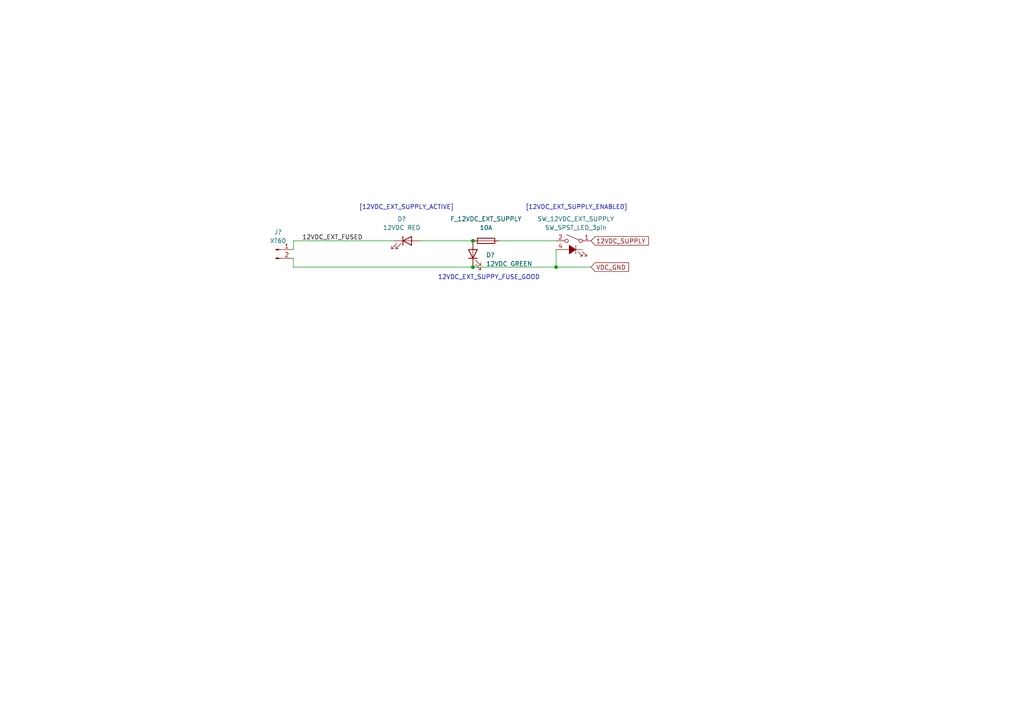
<source format=kicad_sch>
(kicad_sch (version 20211123) (generator eeschema)
  (paper "A4")
  (lib_symbols
    (symbol "Connector:Conn_01x02_Male" (pin_names (offset 1.016) hide)
      (property "Reference" "J" (at 0 2.54 0))
      (property "Value" "Conn_01x02_Male" (at 0 -5.08 0))
      (symbol "Conn_01x02_Male_1_1"
        (polyline (pts (xy 1.27 -2.54) (xy 0.8636 -2.54)) (stroke (width 0.1524)))
        (polyline (pts (xy 1.27 0) (xy 0.8636 0)) (stroke (width 0.1524)))
        (rectangle (start 0.8636 -2.413) (end 0 -2.667) (stroke (width 0.1524)) (fill (type outline)))
        (rectangle (start 0.8636 0.127) (end 0 -0.127) (stroke (width 0.1524)) (fill (type outline)))
        (pin passive line (at 5.08 0 180) (length 3.81) (name "Pin_1") (number "1"))
        (pin passive line (at 5.08 -2.54 180) (length 3.81) (name "Pin_2") (number "2"))
      )
    )
    (symbol "Device:Fuse" (pin_numbers hide) (pin_names (offset 0))
      (property "Reference" "F" (at 2.032 0 90))
      (property "Value" "Fuse" (at -1.905 0 90))
      (symbol "Fuse_0_1"
        (rectangle (start -0.762 -2.54) (end 0.762 2.54) (stroke (width 0.254)))
        (polyline (pts (xy 0 2.54) (xy 0 -2.54)))
      )
      (symbol "Fuse_1_1"
        (pin passive line (at 0 3.81 270) (length 1.27) (name "~") (number "1"))
        (pin passive line (at 0 -3.81 90) (length 1.27) (name "~") (number "2"))
      )
    )
    (symbol "Device:LED" (pin_numbers hide) (pin_names (offset 1.016) hide)
      (property "Reference" "D" (at 0 2.54 0))
      (property "Value" "LED" (at 0 -2.54 0))
      (symbol "LED_0_1"
        (polyline (pts (xy -1.27 -1.27) (xy -1.27 1.27)) (stroke (width 0.254)))
        (polyline (pts (xy -1.27 0) (xy 1.27 0)))
        (polyline (pts (xy 1.27 -1.27) (xy 1.27 1.27) (xy -1.27 0) (xy 1.27 -1.27)) (stroke (width 0.254)))
        (polyline (pts (xy -3.048 -0.762) (xy -4.572 -2.286) (xy -3.81 -2.286) (xy -4.572 -2.286) (xy -4.572 -1.524)))
        (polyline (pts (xy -1.778 -0.762) (xy -3.302 -2.286) (xy -2.54 -2.286) (xy -3.302 -2.286) (xy -3.302 -1.524)))
      )
      (symbol "LED_1_1"
        (pin passive line (at -3.81 0 0) (length 2.54) (name "K") (number "1"))
        (pin passive line (at 3.81 0 180) (length 2.54) (name "A") (number "2"))
      )
    )
    (symbol "bvm-library:SW_SPST_LED_3pin" (pin_names (offset 1.016) hide)
      (property "Reference" "SW?" (at -0.635 8.89 0))
      (property "Value" "SW_SPST_LED_3pin" (at -0.635 6.35 0))
      (symbol "SW_SPST_LED_3pin_0_0"
        (polyline (pts (xy -3.81 -1.905) (xy -2.54 -0.635)))
        (polyline (pts (xy -2.54 -1.905) (xy -1.27 -0.635)))
        (polyline (pts (xy -2.54 0) (xy 2.54 0)))
        (polyline (pts (xy -0.635 1.27) (xy -0.635 -1.27)))
        (polyline (pts (xy -3.81 -1.27) (xy -3.81 -1.905) (xy -3.175 -1.905)))
        (polyline (pts (xy -2.54 -1.27) (xy -2.54 -1.905) (xy -1.905 -1.905)))
        (polyline (pts (xy -0.635 0) (xy 1.27 1.27) (xy 1.27 -1.27) (xy -0.635 0)) (fill (type outline)))
      )
      (symbol "SW_SPST_LED_3pin_0_1"
        (circle (center -2.032 2.54) (radius 0.508))
        (polyline (pts (xy -1.524 2.794) (xy 2.032 4.318)))
        (circle (center 2.032 2.54) (radius 0.508))
        (pin passive line (at -5.08 2.54 0) (length 2.54) (name "1") (number "1"))
        (pin passive line (at 5.08 2.54 180) (length 2.54) (name "2") (number "2"))
        (pin passive line (at 5.08 0 180) (length 2.54) (name "A") (number "4"))
      )
    )
  )
  (junction (at 161.29 77.47))
  (junction (at 137.16 69.85))
  (junction (at 137.16 77.47))
  (wire (pts (xy 137.16 77.47) (xy 161.29 77.47)))
  (wire (pts (xy 85.09 77.47) (xy 137.16 77.47)))
  (wire (pts (xy 85.09 74.93) (xy 85.09 77.47)))
  (wire (pts (xy 85.09 72.39) (xy 85.09 69.85)))
  (wire (pts (xy 144.78 69.85) (xy 161.29 69.85)))
  (wire (pts (xy 161.29 72.39) (xy 161.29 77.47)))
  (wire (pts (xy 85.09 69.85) (xy 114.3 69.85)))
  (wire (pts (xy 161.29 77.47) (xy 171.45 77.47)))
  (wire (pts (xy 121.92 69.85) (xy 137.16 69.85)))
  (text "[12VDC_EXT_SUPPLY_ACTIVE]" (at 104.14 60.96 0) (effects (font (size 1.27 1.27)) (justify left bottom)))
  (text "12VDC_EXT_SUPPY_FUSE_GOOD" (at 127 81.28 0) (effects (font (size 1.27 1.27)) (justify left bottom)))
  (text "[12VDC_EXT_SUPPLY_ENABLED]" (at 152.4 60.96 0) (effects (font (size 1.27 1.27)) (justify left bottom)))
  (label "12VDC_EXT_FUSED" (at 87.63 69.85 0))
  (global_label "VDC_GND" (shape input) (at 171.45 77.47 0) (property "Intersheet References" "${INTERSHEET_REFS}" (at 182.3298 77.3906 0) (effects (justify left))))
  (global_label "12VDC_SUPPLY" (shape input) (at 171.45 69.85 0) (property "Intersheet References" "${INTERSHEET_REFS}" (at 188.075 69.7706 0) (effects (justify left))))
  (symbol (lib_id "Connector:Conn_01x02_Male") (at 80.01 72.39 0) (unit 1)
    (property "Reference" "J?" (at 80.645 67.31 0))
    (property "Value" "XT60" (at 80.645 69.85 0))
  )
  (symbol (lib_id "Device:LED") (at 118.11 69.85 0) (unit 1)
    (property "Reference" "D?" (at 116.5225 63.5 0))
    (property "Value" "12VDC RED" (at 116.5225 66.04 0))
  )
  (symbol (lib_id "bvm-library:SW_SPST_LED_3pin") (at 166.37 72.39 0) (mirror y) (unit 1)
    (property "Reference" "SW_12VDC_EXT_SUPPLY" (at 167.005 63.5 0))
    (property "Value" "SW_SPST_LED_3pin" (at 167.005 66.04 0))
  )
  (symbol (lib_id "Device:LED") (at 137.16 73.66 90) (unit 1)
    (property "Reference" "D?" (at 140.97 73.9774 90) (effects (justify right)))
    (property "Value" "12VDC GREEN" (at 140.97 76.5174 90) (effects (justify right)))
  )
  (symbol (lib_id "Device:Fuse") (at 140.97 69.85 270) (unit 1)
    (property "Reference" "F_12VDC_EXT_SUPPLY" (at 140.97 63.5 90))
    (property "Value" "10A" (at 140.97 66.04 90))
  )
)
</source>
